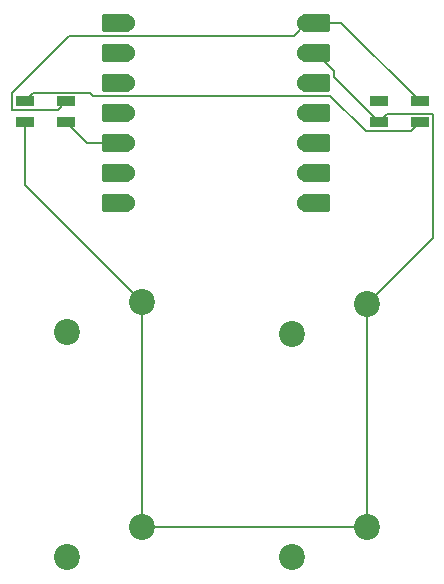
<source format=gbr>
%TF.GenerationSoftware,KiCad,Pcbnew,9.0.0*%
%TF.CreationDate,2025-02-21T00:47:10+00:00*%
%TF.ProjectId,hackpadtrollface,6861636b-7061-4647-9472-6f6c6c666163,rev?*%
%TF.SameCoordinates,Original*%
%TF.FileFunction,Copper,L1,Top*%
%TF.FilePolarity,Positive*%
%FSLAX46Y46*%
G04 Gerber Fmt 4.6, Leading zero omitted, Abs format (unit mm)*
G04 Created by KiCad (PCBNEW 9.0.0) date 2025-02-21 00:47:10*
%MOMM*%
%LPD*%
G01*
G04 APERTURE LIST*
G04 Aperture macros list*
%AMRoundRect*
0 Rectangle with rounded corners*
0 $1 Rounding radius*
0 $2 $3 $4 $5 $6 $7 $8 $9 X,Y pos of 4 corners*
0 Add a 4 corners polygon primitive as box body*
4,1,4,$2,$3,$4,$5,$6,$7,$8,$9,$2,$3,0*
0 Add four circle primitives for the rounded corners*
1,1,$1+$1,$2,$3*
1,1,$1+$1,$4,$5*
1,1,$1+$1,$6,$7*
1,1,$1+$1,$8,$9*
0 Add four rect primitives between the rounded corners*
20,1,$1+$1,$2,$3,$4,$5,0*
20,1,$1+$1,$4,$5,$6,$7,0*
20,1,$1+$1,$6,$7,$8,$9,0*
20,1,$1+$1,$8,$9,$2,$3,0*%
G04 Aperture macros list end*
%TA.AperFunction,ComponentPad*%
%ADD10C,2.200000*%
%TD*%
%TA.AperFunction,SMDPad,CuDef*%
%ADD11R,1.600000X0.850000*%
%TD*%
%TA.AperFunction,SMDPad,CuDef*%
%ADD12RoundRect,0.152400X1.063600X0.609600X-1.063600X0.609600X-1.063600X-0.609600X1.063600X-0.609600X0*%
%TD*%
%TA.AperFunction,ComponentPad*%
%ADD13C,1.524000*%
%TD*%
%TA.AperFunction,SMDPad,CuDef*%
%ADD14RoundRect,0.152400X-1.063600X-0.609600X1.063600X-0.609600X1.063600X0.609600X-1.063600X0.609600X0*%
%TD*%
%TA.AperFunction,Conductor*%
%ADD15C,0.200000*%
%TD*%
G04 APERTURE END LIST*
D10*
%TO.P,SW2,1,1*%
%TO.N,GND*%
X128746250Y-59372500D03*
%TO.P,SW2,2,2*%
%TO.N,Net-(U1-GPIO2{slash}SCK)*%
X122396250Y-61912500D03*
%TD*%
%TO.P,SW3,1,1*%
%TO.N,GND*%
X109696250Y-78263750D03*
%TO.P,SW3,2,2*%
%TO.N,Net-(U1-GPIO4{slash}MISO)*%
X103346250Y-80803750D03*
%TD*%
D11*
%TO.P,D1,1,DOUT*%
%TO.N,Net-(D1-DOUT)*%
X99800000Y-42200000D03*
%TO.P,D1,2,VSS*%
%TO.N,GND*%
X99800000Y-43950000D03*
%TO.P,D1,3,DIN*%
%TO.N,Net-(D1-DIN)*%
X103300000Y-43950000D03*
%TO.P,D1,4,VDD*%
%TO.N,+5V*%
X103300000Y-42200000D03*
%TD*%
D10*
%TO.P,SW4,1,1*%
%TO.N,GND*%
X128746250Y-78263750D03*
%TO.P,SW4,2,2*%
%TO.N,Net-(U1-GPIO3{slash}MOSI)*%
X122396250Y-80803750D03*
%TD*%
D11*
%TO.P,D2,1,DOUT*%
%TO.N,unconnected-(D2-DOUT-Pad1)*%
X129750000Y-42225000D03*
%TO.P,D2,2,VSS*%
%TO.N,GND*%
X129750000Y-43975000D03*
%TO.P,D2,3,DIN*%
%TO.N,Net-(D1-DOUT)*%
X133250000Y-43975000D03*
%TO.P,D2,4,VDD*%
%TO.N,+5V*%
X133250000Y-42225000D03*
%TD*%
D12*
%TO.P,U1,1,GPIO26/ADC0/A0*%
%TO.N,unconnected-(U1-GPIO26{slash}ADC0{slash}A0-Pad1)*%
X107545000Y-35580000D03*
D13*
X108380000Y-35580000D03*
D12*
%TO.P,U1,2,GPIO27/ADC1/A1*%
%TO.N,unconnected-(U1-GPIO27{slash}ADC1{slash}A1-Pad2)*%
X107545000Y-38120000D03*
D13*
X108380000Y-38120000D03*
D12*
%TO.P,U1,3,GPIO28/ADC2/A2*%
%TO.N,unconnected-(U1-GPIO28{slash}ADC2{slash}A2-Pad3)*%
X107545000Y-40660000D03*
D13*
X108380000Y-40660000D03*
D12*
%TO.P,U1,4,GPIO29/ADC3/A3*%
%TO.N,unconnected-(U1-GPIO29{slash}ADC3{slash}A3-Pad4)*%
X107545000Y-43200000D03*
D13*
X108380000Y-43200000D03*
D12*
%TO.P,U1,5,GPIO6/SDA*%
%TO.N,Net-(D1-DIN)*%
X107545000Y-45740000D03*
D13*
X108380000Y-45740000D03*
D12*
%TO.P,U1,6,GPIO7/SCL*%
%TO.N,unconnected-(U1-GPIO7{slash}SCL-Pad6)*%
X107545000Y-48280000D03*
D13*
X108380000Y-48280000D03*
D12*
%TO.P,U1,7,GPIO0/TX*%
%TO.N,unconnected-(U1-GPIO0{slash}TX-Pad7)*%
X107545000Y-50820000D03*
D13*
X108380000Y-50820000D03*
%TO.P,U1,8,GPIO1/RX*%
%TO.N,Net-(U1-GPIO1{slash}RX)*%
X123620000Y-50820000D03*
D14*
X124455000Y-50820000D03*
D13*
%TO.P,U1,9,GPIO2/SCK*%
%TO.N,Net-(U1-GPIO2{slash}SCK)*%
X123620000Y-48280000D03*
D14*
X124455000Y-48280000D03*
D13*
%TO.P,U1,10,GPIO4/MISO*%
%TO.N,Net-(U1-GPIO4{slash}MISO)*%
X123620000Y-45740000D03*
D14*
X124455000Y-45740000D03*
D13*
%TO.P,U1,11,GPIO3/MOSI*%
%TO.N,Net-(U1-GPIO3{slash}MOSI)*%
X123620000Y-43200000D03*
D14*
X124455000Y-43200000D03*
D13*
%TO.P,U1,12,3V3*%
%TO.N,unconnected-(U1-3V3-Pad12)*%
X123620000Y-40660000D03*
D14*
X124455000Y-40660000D03*
D13*
%TO.P,U1,13,GND*%
%TO.N,GND*%
X123620000Y-38120000D03*
D14*
X124455000Y-38120000D03*
D13*
%TO.P,U1,14,VBUS*%
%TO.N,+5V*%
X123620000Y-35580000D03*
D14*
X124455000Y-35580000D03*
%TD*%
D10*
%TO.P,SW1,1,1*%
%TO.N,GND*%
X109696250Y-59213750D03*
%TO.P,SW1,2,2*%
%TO.N,Net-(U1-GPIO1{slash}RX)*%
X103346250Y-61753750D03*
%TD*%
D15*
%TO.N,Net-(D1-DIN)*%
X105090000Y-45740000D02*
X108380000Y-45740000D01*
X103300000Y-43950000D02*
X105090000Y-45740000D01*
%TO.N,Net-(D1-DOUT)*%
X125671000Y-41723000D02*
X105604000Y-41723000D01*
X132524000Y-44701000D02*
X128649000Y-44701000D01*
X105355000Y-41474000D02*
X100526000Y-41474000D01*
X100526000Y-41474000D02*
X99800000Y-42200000D01*
X128649000Y-44701000D02*
X125671000Y-41723000D01*
X105604000Y-41723000D02*
X105355000Y-41474000D01*
X133250000Y-43975000D02*
X132524000Y-44701000D01*
%TO.N,+5V*%
X123620000Y-35580000D02*
X126605000Y-35580000D01*
X102574000Y-42926000D02*
X98699000Y-42926000D01*
X122557000Y-36643000D02*
X123620000Y-35580000D01*
X103300000Y-42200000D02*
X102574000Y-42926000D01*
X103300000Y-42200000D02*
X103363000Y-42137000D01*
X126605000Y-35580000D02*
X133250000Y-42225000D01*
X98699000Y-42926000D02*
X98699000Y-41474000D01*
X98699000Y-41474000D02*
X103530000Y-36643000D01*
X103530000Y-36643000D02*
X122557000Y-36643000D01*
%TO.N,GND*%
X134351000Y-53767750D02*
X128746250Y-59372500D01*
X128746250Y-78263750D02*
X109696250Y-78263750D01*
X125972000Y-40197000D02*
X125972000Y-39637000D01*
X129750000Y-43975000D02*
X125972000Y-40197000D01*
X134351000Y-43249000D02*
X134351000Y-53767750D01*
X99800000Y-49317500D02*
X99800000Y-43950000D01*
X125972000Y-39637000D02*
X124455000Y-38120000D01*
X109696250Y-59213750D02*
X99800000Y-49317500D01*
X109696250Y-78263750D02*
X109696250Y-59213750D01*
X130476000Y-43249000D02*
X134351000Y-43249000D01*
X129750000Y-43975000D02*
X130476000Y-43249000D01*
X128746250Y-78263750D02*
X128746250Y-59372500D01*
%TD*%
M02*

</source>
